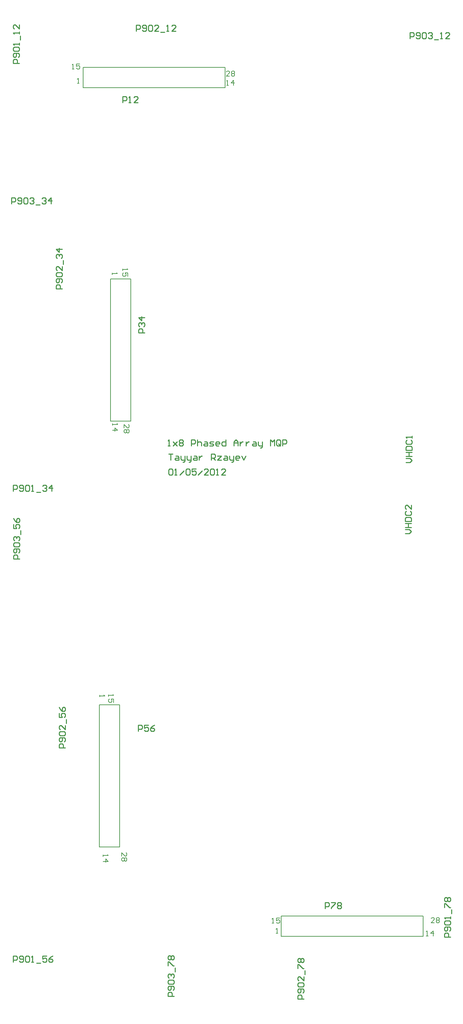
<source format=gto>
%FSLAX23Y23*%
%MOIN*%
G70*
G01*
G75*
G04 Layer_Color=65535*
%ADD10R,0.394X0.016*%
%ADD11O,0.394X0.016*%
%ADD12C,0.010*%
%ADD13R,0.059X0.059*%
%ADD14C,0.059*%
%ADD15R,0.059X0.059*%
%ADD16C,0.039*%
%ADD17C,0.015*%
%ADD18C,0.200*%
%ADD19C,0.008*%
%ADD20C,0.008*%
D12*
X1566Y5240D02*
X1576Y5250D01*
X1596D01*
X1606Y5240D01*
Y5200D01*
X1596Y5190D01*
X1576D01*
X1566Y5200D01*
Y5240D01*
X1626Y5190D02*
X1646D01*
X1636D01*
Y5250D01*
X1626Y5240D01*
X1676Y5190D02*
X1716Y5230D01*
X1736Y5240D02*
X1746Y5250D01*
X1766D01*
X1776Y5240D01*
Y5200D01*
X1766Y5190D01*
X1746D01*
X1736Y5200D01*
Y5240D01*
X1836Y5250D02*
X1796D01*
Y5220D01*
X1816Y5230D01*
X1826D01*
X1836Y5220D01*
Y5200D01*
X1826Y5190D01*
X1806D01*
X1796Y5200D01*
X1856Y5190D02*
X1896Y5230D01*
X1956Y5190D02*
X1916D01*
X1956Y5230D01*
Y5240D01*
X1946Y5250D01*
X1926D01*
X1916Y5240D01*
X1976D02*
X1986Y5250D01*
X2006D01*
X2016Y5240D01*
Y5200D01*
X2006Y5190D01*
X1986D01*
X1976Y5200D01*
Y5240D01*
X2036Y5190D02*
X2056D01*
X2046D01*
Y5250D01*
X2036Y5240D01*
X2126Y5190D02*
X2086D01*
X2126Y5230D01*
Y5240D01*
X2116Y5250D01*
X2096D01*
X2086Y5240D01*
X1566Y5396D02*
X1606D01*
X1586D01*
Y5336D01*
X1636Y5376D02*
X1656D01*
X1666Y5366D01*
Y5336D01*
X1636D01*
X1626Y5346D01*
X1636Y5356D01*
X1666D01*
X1686Y5376D02*
Y5346D01*
X1696Y5336D01*
X1726D01*
Y5326D01*
X1716Y5316D01*
X1706D01*
X1726Y5336D02*
Y5376D01*
X1746D02*
Y5346D01*
X1756Y5336D01*
X1786D01*
Y5326D01*
X1776Y5316D01*
X1766D01*
X1786Y5336D02*
Y5376D01*
X1816D02*
X1836D01*
X1846Y5366D01*
Y5336D01*
X1816D01*
X1806Y5346D01*
X1816Y5356D01*
X1846D01*
X1866Y5376D02*
Y5336D01*
Y5356D01*
X1876Y5366D01*
X1886Y5376D01*
X1896D01*
X1986Y5336D02*
Y5396D01*
X2016D01*
X2026Y5386D01*
Y5366D01*
X2016Y5356D01*
X1986D01*
X2006D02*
X2026Y5336D01*
X2046Y5376D02*
X2086D01*
X2046Y5336D01*
X2086D01*
X2116Y5376D02*
X2136D01*
X2146Y5366D01*
Y5336D01*
X2116D01*
X2106Y5346D01*
X2116Y5356D01*
X2146D01*
X2166Y5376D02*
Y5346D01*
X2176Y5336D01*
X2206D01*
Y5326D01*
X2196Y5316D01*
X2186D01*
X2206Y5336D02*
Y5376D01*
X2256Y5336D02*
X2236D01*
X2226Y5346D01*
Y5366D01*
X2236Y5376D01*
X2256D01*
X2266Y5366D01*
Y5356D01*
X2226D01*
X2286Y5376D02*
X2306Y5336D01*
X2326Y5376D01*
X1559Y5477D02*
X1579D01*
X1569D01*
Y5537D01*
X1559Y5527D01*
X1609Y5517D02*
X1649Y5477D01*
X1629Y5497D01*
X1649Y5517D01*
X1609Y5477D01*
X1669Y5527D02*
X1679Y5537D01*
X1699D01*
X1709Y5527D01*
Y5517D01*
X1699Y5507D01*
X1709Y5497D01*
Y5487D01*
X1699Y5477D01*
X1679D01*
X1669Y5487D01*
Y5497D01*
X1679Y5507D01*
X1669Y5517D01*
Y5527D01*
X1679Y5507D02*
X1699D01*
X1789Y5477D02*
Y5537D01*
X1819D01*
X1829Y5527D01*
Y5507D01*
X1819Y5497D01*
X1789D01*
X1849Y5537D02*
Y5477D01*
Y5507D01*
X1859Y5517D01*
X1879D01*
X1889Y5507D01*
Y5477D01*
X1919Y5517D02*
X1939D01*
X1949Y5507D01*
Y5477D01*
X1919D01*
X1909Y5487D01*
X1919Y5497D01*
X1949D01*
X1969Y5477D02*
X1999D01*
X2009Y5487D01*
X1999Y5497D01*
X1979D01*
X1969Y5507D01*
X1979Y5517D01*
X2009D01*
X2059Y5477D02*
X2039D01*
X2029Y5487D01*
Y5507D01*
X2039Y5517D01*
X2059D01*
X2069Y5507D01*
Y5497D01*
X2029D01*
X2129Y5537D02*
Y5477D01*
X2099D01*
X2089Y5487D01*
Y5507D01*
X2099Y5517D01*
X2129D01*
X2209Y5477D02*
Y5517D01*
X2229Y5537D01*
X2249Y5517D01*
Y5477D01*
Y5507D01*
X2209D01*
X2269Y5517D02*
Y5477D01*
Y5497D01*
X2279Y5507D01*
X2289Y5517D01*
X2299D01*
X2329D02*
Y5477D01*
Y5497D01*
X2339Y5507D01*
X2349Y5517D01*
X2359D01*
X2399D02*
X2419D01*
X2429Y5507D01*
Y5477D01*
X2399D01*
X2389Y5487D01*
X2399Y5497D01*
X2429D01*
X2449Y5517D02*
Y5487D01*
X2459Y5477D01*
X2489D01*
Y5467D01*
X2479Y5457D01*
X2469D01*
X2489Y5477D02*
Y5517D01*
X2569Y5477D02*
Y5537D01*
X2589Y5517D01*
X2609Y5537D01*
Y5477D01*
X2669Y5487D02*
Y5527D01*
X2659Y5537D01*
X2639D01*
X2629Y5527D01*
Y5487D01*
X2639Y5477D01*
X2659D01*
X2649Y5497D02*
X2669Y5477D01*
X2659D02*
X2669Y5487D01*
X2689Y5477D02*
Y5537D01*
X2719D01*
X2729Y5527D01*
Y5507D01*
X2719Y5497D01*
X2689D01*
X1330Y6589D02*
X1270D01*
Y6619D01*
X1280Y6629D01*
X1300D01*
X1310Y6619D01*
Y6589D01*
X1280Y6649D02*
X1270Y6659D01*
Y6679D01*
X1280Y6689D01*
X1290D01*
X1300Y6679D01*
Y6669D01*
Y6679D01*
X1310Y6689D01*
X1320D01*
X1330Y6679D01*
Y6659D01*
X1320Y6649D01*
X1330Y6739D02*
X1270D01*
X1300Y6709D01*
Y6749D01*
X3906Y5313D02*
X3946D01*
X3966Y5333D01*
X3946Y5353D01*
X3906D01*
Y5373D02*
X3966D01*
X3936D01*
Y5413D01*
X3906D01*
X3966D01*
X3906Y5433D02*
X3966D01*
Y5463D01*
X3956Y5473D01*
X3916D01*
X3906Y5463D01*
Y5433D01*
X3916Y5533D02*
X3906Y5523D01*
Y5503D01*
X3916Y5493D01*
X3956D01*
X3966Y5503D01*
Y5523D01*
X3956Y5533D01*
X3966Y5553D02*
Y5573D01*
Y5563D01*
X3906D01*
X3916Y5553D01*
X3899Y4613D02*
X3939D01*
X3959Y4633D01*
X3939Y4653D01*
X3899D01*
Y4673D02*
X3959D01*
X3929D01*
Y4713D01*
X3899D01*
X3959D01*
X3899Y4733D02*
X3959D01*
Y4763D01*
X3949Y4773D01*
X3909D01*
X3899Y4763D01*
Y4733D01*
X3909Y4833D02*
X3899Y4823D01*
Y4803D01*
X3909Y4793D01*
X3949D01*
X3959Y4803D01*
Y4823D01*
X3949Y4833D01*
X3959Y4893D02*
Y4853D01*
X3919Y4893D01*
X3909D01*
X3899Y4883D01*
Y4863D01*
X3909Y4853D01*
X3111Y919D02*
Y979D01*
X3141D01*
X3151Y969D01*
Y949D01*
X3141Y939D01*
X3111D01*
X3171Y979D02*
X3211D01*
Y969D01*
X3171Y929D01*
Y919D01*
X3231Y969D02*
X3241Y979D01*
X3261D01*
X3271Y969D01*
Y959D01*
X3261Y949D01*
X3271Y939D01*
Y929D01*
X3261Y919D01*
X3241D01*
X3231Y929D01*
Y939D01*
X3241Y949D01*
X3231Y959D01*
Y969D01*
X3241Y949D02*
X3261D01*
X4347Y638D02*
X4287D01*
Y668D01*
X4297Y678D01*
X4317D01*
X4327Y668D01*
Y638D01*
X4337Y698D02*
X4347Y708D01*
Y728D01*
X4337Y738D01*
X4297D01*
X4287Y728D01*
Y708D01*
X4297Y698D01*
X4307D01*
X4317Y708D01*
Y738D01*
X4297Y758D02*
X4287Y768D01*
Y788D01*
X4297Y798D01*
X4337D01*
X4347Y788D01*
Y768D01*
X4337Y758D01*
X4297D01*
X4347Y818D02*
Y838D01*
Y828D01*
X4287D01*
X4297Y818D01*
X4357Y868D02*
Y908D01*
X4287Y928D02*
Y968D01*
X4297D01*
X4337Y928D01*
X4347D01*
X4297Y988D02*
X4287Y998D01*
Y1018D01*
X4297Y1028D01*
X4307D01*
X4317Y1018D01*
X4327Y1028D01*
X4337D01*
X4347Y1018D01*
Y998D01*
X4337Y988D01*
X4327D01*
X4317Y998D01*
X4307Y988D01*
X4297D01*
X4317Y998D02*
Y1018D01*
X2899Y28D02*
X2839D01*
Y58D01*
X2849Y68D01*
X2869D01*
X2879Y58D01*
Y28D01*
X2889Y88D02*
X2899Y98D01*
Y118D01*
X2889Y128D01*
X2849D01*
X2839Y118D01*
Y98D01*
X2849Y88D01*
X2859D01*
X2869Y98D01*
Y128D01*
X2849Y148D02*
X2839Y158D01*
Y178D01*
X2849Y188D01*
X2889D01*
X2899Y178D01*
Y158D01*
X2889Y148D01*
X2849D01*
X2899Y248D02*
Y208D01*
X2859Y248D01*
X2849D01*
X2839Y238D01*
Y218D01*
X2849Y208D01*
X2909Y268D02*
Y308D01*
X2839Y328D02*
Y368D01*
X2849D01*
X2889Y328D01*
X2899D01*
X2849Y388D02*
X2839Y398D01*
Y418D01*
X2849Y428D01*
X2859D01*
X2869Y418D01*
X2879Y428D01*
X2889D01*
X2899Y418D01*
Y398D01*
X2889Y388D01*
X2879D01*
X2869Y398D01*
X2859Y388D01*
X2849D01*
X2869Y398D02*
Y418D01*
X1619Y57D02*
X1559D01*
Y87D01*
X1569Y97D01*
X1589D01*
X1599Y87D01*
Y57D01*
X1609Y117D02*
X1619Y127D01*
Y147D01*
X1609Y157D01*
X1569D01*
X1559Y147D01*
Y127D01*
X1569Y117D01*
X1579D01*
X1589Y127D01*
Y157D01*
X1569Y177D02*
X1559Y187D01*
Y207D01*
X1569Y217D01*
X1609D01*
X1619Y207D01*
Y187D01*
X1609Y177D01*
X1569D01*
Y237D02*
X1559Y247D01*
Y267D01*
X1569Y277D01*
X1579D01*
X1589Y267D01*
Y257D01*
Y267D01*
X1599Y277D01*
X1609D01*
X1619Y267D01*
Y247D01*
X1609Y237D01*
X1629Y297D02*
Y337D01*
X1559Y357D02*
Y397D01*
X1569D01*
X1609Y357D01*
X1619D01*
X1569Y417D02*
X1559Y427D01*
Y447D01*
X1569Y457D01*
X1579D01*
X1589Y447D01*
X1599Y457D01*
X1609D01*
X1619Y447D01*
Y427D01*
X1609Y417D01*
X1599D01*
X1589Y427D01*
X1579Y417D01*
X1569D01*
X1589Y427D02*
Y447D01*
X34Y393D02*
Y453D01*
X64D01*
X74Y443D01*
Y423D01*
X64Y413D01*
X34D01*
X94Y403D02*
X104Y393D01*
X124D01*
X134Y403D01*
Y443D01*
X124Y453D01*
X104D01*
X94Y443D01*
Y433D01*
X104Y423D01*
X134D01*
X154Y443D02*
X164Y453D01*
X184D01*
X194Y443D01*
Y403D01*
X184Y393D01*
X164D01*
X154Y403D01*
Y443D01*
X214Y393D02*
X234D01*
X224D01*
Y453D01*
X214Y443D01*
X264Y383D02*
X304D01*
X364Y453D02*
X324D01*
Y423D01*
X344Y433D01*
X354D01*
X364Y423D01*
Y403D01*
X354Y393D01*
X334D01*
X324Y403D01*
X424Y453D02*
X404Y443D01*
X384Y423D01*
Y403D01*
X394Y393D01*
X414D01*
X424Y403D01*
Y413D01*
X414Y423D01*
X384D01*
X1268Y2667D02*
Y2727D01*
X1298D01*
X1308Y2717D01*
Y2697D01*
X1298Y2687D01*
X1268D01*
X1368Y2727D02*
X1328D01*
Y2697D01*
X1348Y2707D01*
X1358D01*
X1368Y2697D01*
Y2677D01*
X1358Y2667D01*
X1338D01*
X1328Y2677D01*
X1428Y2727D02*
X1408Y2717D01*
X1388Y2697D01*
Y2677D01*
X1398Y2667D01*
X1418D01*
X1428Y2677D01*
Y2687D01*
X1418Y2697D01*
X1388D01*
X546Y2502D02*
X486D01*
Y2532D01*
X496Y2542D01*
X516D01*
X526Y2532D01*
Y2502D01*
X536Y2562D02*
X546Y2572D01*
Y2592D01*
X536Y2602D01*
X496D01*
X486Y2592D01*
Y2572D01*
X496Y2562D01*
X506D01*
X516Y2572D01*
Y2602D01*
X496Y2622D02*
X486Y2632D01*
Y2652D01*
X496Y2662D01*
X536D01*
X546Y2652D01*
Y2632D01*
X536Y2622D01*
X496D01*
X546Y2722D02*
Y2682D01*
X506Y2722D01*
X496D01*
X486Y2712D01*
Y2692D01*
X496Y2682D01*
X556Y2742D02*
Y2782D01*
X486Y2842D02*
Y2802D01*
X516D01*
X506Y2822D01*
Y2832D01*
X516Y2842D01*
X536D01*
X546Y2832D01*
Y2812D01*
X536Y2802D01*
X486Y2902D02*
X496Y2882D01*
X516Y2862D01*
X536D01*
X546Y2872D01*
Y2892D01*
X536Y2902D01*
X526D01*
X516Y2892D01*
Y2862D01*
X97Y4364D02*
X37D01*
Y4394D01*
X47Y4404D01*
X67D01*
X77Y4394D01*
Y4364D01*
X87Y4424D02*
X97Y4434D01*
Y4454D01*
X87Y4464D01*
X47D01*
X37Y4454D01*
Y4434D01*
X47Y4424D01*
X57D01*
X67Y4434D01*
Y4464D01*
X47Y4484D02*
X37Y4494D01*
Y4514D01*
X47Y4524D01*
X87D01*
X97Y4514D01*
Y4494D01*
X87Y4484D01*
X47D01*
Y4544D02*
X37Y4554D01*
Y4574D01*
X47Y4584D01*
X57D01*
X67Y4574D01*
Y4564D01*
Y4574D01*
X77Y4584D01*
X87D01*
X97Y4574D01*
Y4554D01*
X87Y4544D01*
X107Y4604D02*
Y4644D01*
X37Y4704D02*
Y4664D01*
X67D01*
X57Y4684D01*
Y4694D01*
X67Y4704D01*
X87D01*
X97Y4694D01*
Y4674D01*
X87Y4664D01*
X37Y4764D02*
X47Y4744D01*
X67Y4724D01*
X87D01*
X97Y4734D01*
Y4754D01*
X87Y4764D01*
X77D01*
X67Y4754D01*
Y4724D01*
X34Y5029D02*
Y5089D01*
X64D01*
X74Y5079D01*
Y5059D01*
X64Y5049D01*
X34D01*
X94Y5039D02*
X104Y5029D01*
X124D01*
X134Y5039D01*
Y5079D01*
X124Y5089D01*
X104D01*
X94Y5079D01*
Y5069D01*
X104Y5059D01*
X134D01*
X154Y5079D02*
X164Y5089D01*
X184D01*
X194Y5079D01*
Y5039D01*
X184Y5029D01*
X164D01*
X154Y5039D01*
Y5079D01*
X214Y5029D02*
X234D01*
X224D01*
Y5089D01*
X214Y5079D01*
X264Y5019D02*
X304D01*
X324Y5079D02*
X334Y5089D01*
X354D01*
X364Y5079D01*
Y5069D01*
X354Y5059D01*
X344D01*
X354D01*
X364Y5049D01*
Y5039D01*
X354Y5029D01*
X334D01*
X324Y5039D01*
X414Y5029D02*
Y5089D01*
X384Y5059D01*
X424D01*
X518Y7022D02*
X458D01*
Y7052D01*
X468Y7062D01*
X488D01*
X498Y7052D01*
Y7022D01*
X508Y7082D02*
X518Y7092D01*
Y7112D01*
X508Y7122D01*
X468D01*
X458Y7112D01*
Y7092D01*
X468Y7082D01*
X478D01*
X488Y7092D01*
Y7122D01*
X468Y7142D02*
X458Y7152D01*
Y7172D01*
X468Y7182D01*
X508D01*
X518Y7172D01*
Y7152D01*
X508Y7142D01*
X468D01*
X518Y7242D02*
Y7202D01*
X478Y7242D01*
X468D01*
X458Y7232D01*
Y7212D01*
X468Y7202D01*
X528Y7262D02*
Y7302D01*
X468Y7322D02*
X458Y7332D01*
Y7352D01*
X468Y7362D01*
X478D01*
X488Y7352D01*
Y7342D01*
Y7352D01*
X498Y7362D01*
X508D01*
X518Y7352D01*
Y7332D01*
X508Y7322D01*
X518Y7412D02*
X458D01*
X488Y7382D01*
Y7422D01*
X17Y7859D02*
Y7919D01*
X47D01*
X57Y7909D01*
Y7889D01*
X47Y7879D01*
X17D01*
X77Y7869D02*
X87Y7859D01*
X107D01*
X117Y7869D01*
Y7909D01*
X107Y7919D01*
X87D01*
X77Y7909D01*
Y7899D01*
X87Y7889D01*
X117D01*
X137Y7909D02*
X147Y7919D01*
X167D01*
X177Y7909D01*
Y7869D01*
X167Y7859D01*
X147D01*
X137Y7869D01*
Y7909D01*
X197D02*
X207Y7919D01*
X227D01*
X237Y7909D01*
Y7899D01*
X227Y7889D01*
X217D01*
X227D01*
X237Y7879D01*
Y7869D01*
X227Y7859D01*
X207D01*
X197Y7869D01*
X257Y7849D02*
X297D01*
X317Y7909D02*
X327Y7919D01*
X347D01*
X357Y7909D01*
Y7899D01*
X347Y7889D01*
X337D01*
X347D01*
X357Y7879D01*
Y7869D01*
X347Y7859D01*
X327D01*
X317Y7869D01*
X407Y7859D02*
Y7919D01*
X377Y7889D01*
X417D01*
X92Y9242D02*
X32D01*
Y9272D01*
X42Y9282D01*
X62D01*
X72Y9272D01*
Y9242D01*
X82Y9302D02*
X92Y9312D01*
Y9332D01*
X82Y9342D01*
X42D01*
X32Y9332D01*
Y9312D01*
X42Y9302D01*
X52D01*
X62Y9312D01*
Y9342D01*
X42Y9362D02*
X32Y9372D01*
Y9392D01*
X42Y9402D01*
X82D01*
X92Y9392D01*
Y9372D01*
X82Y9362D01*
X42D01*
X92Y9422D02*
Y9442D01*
Y9432D01*
X32D01*
X42Y9422D01*
X102Y9472D02*
Y9512D01*
X92Y9532D02*
Y9552D01*
Y9542D01*
X32D01*
X42Y9532D01*
X92Y9622D02*
Y9582D01*
X52Y9622D01*
X42D01*
X32Y9612D01*
Y9592D01*
X42Y9582D01*
X1246Y9559D02*
Y9619D01*
X1276D01*
X1286Y9609D01*
Y9589D01*
X1276Y9579D01*
X1246D01*
X1306Y9569D02*
X1316Y9559D01*
X1336D01*
X1346Y9569D01*
Y9609D01*
X1336Y9619D01*
X1316D01*
X1306Y9609D01*
Y9599D01*
X1316Y9589D01*
X1346D01*
X1366Y9609D02*
X1376Y9619D01*
X1396D01*
X1406Y9609D01*
Y9569D01*
X1396Y9559D01*
X1376D01*
X1366Y9569D01*
Y9609D01*
X1466Y9559D02*
X1426D01*
X1466Y9599D01*
Y9609D01*
X1456Y9619D01*
X1436D01*
X1426Y9609D01*
X1486Y9549D02*
X1526D01*
X1546Y9559D02*
X1566D01*
X1556D01*
Y9619D01*
X1546Y9609D01*
X1636Y9559D02*
X1596D01*
X1636Y9599D01*
Y9609D01*
X1626Y9619D01*
X1606D01*
X1596Y9609D01*
X3945Y9487D02*
Y9547D01*
X3975D01*
X3985Y9537D01*
Y9517D01*
X3975Y9507D01*
X3945D01*
X4005Y9497D02*
X4015Y9487D01*
X4035D01*
X4045Y9497D01*
Y9537D01*
X4035Y9547D01*
X4015D01*
X4005Y9537D01*
Y9527D01*
X4015Y9517D01*
X4045D01*
X4065Y9537D02*
X4075Y9547D01*
X4095D01*
X4105Y9537D01*
Y9497D01*
X4095Y9487D01*
X4075D01*
X4065Y9497D01*
Y9537D01*
X4125D02*
X4135Y9547D01*
X4155D01*
X4165Y9537D01*
Y9527D01*
X4155Y9517D01*
X4145D01*
X4155D01*
X4165Y9507D01*
Y9497D01*
X4155Y9487D01*
X4135D01*
X4125Y9497D01*
X4185Y9477D02*
X4225D01*
X4245Y9487D02*
X4265D01*
X4255D01*
Y9547D01*
X4245Y9537D01*
X4335Y9487D02*
X4295D01*
X4335Y9527D01*
Y9537D01*
X4325Y9547D01*
X4305D01*
X4295Y9537D01*
X1112Y8855D02*
Y8915D01*
X1142D01*
X1152Y8905D01*
Y8885D01*
X1142Y8875D01*
X1112D01*
X1172Y8855D02*
X1192D01*
X1182D01*
Y8915D01*
X1172Y8905D01*
X1262Y8855D02*
X1222D01*
X1262Y8895D01*
Y8905D01*
X1252Y8915D01*
X1232D01*
X1222Y8905D01*
D19*
X992Y7121D02*
X1192D01*
Y5721D02*
Y7121D01*
X992Y5721D02*
X1192D01*
X992D02*
Y7121D01*
X2677Y645D02*
Y845D01*
X4077D01*
Y645D02*
Y845D01*
X2677Y645D02*
X4077D01*
X884Y2927D02*
X1084D01*
Y1527D02*
Y2927D01*
X884Y1527D02*
X1084D01*
X884D02*
Y2927D01*
X723Y9003D02*
Y9203D01*
X2123D01*
Y9003D02*
Y9203D01*
X723Y9003D02*
X2123D01*
D20*
X1127Y5654D02*
Y5687D01*
X1160Y5654D01*
X1169D01*
X1177Y5662D01*
Y5679D01*
X1169Y5687D01*
Y5637D02*
X1177Y5629D01*
Y5612D01*
X1169Y5604D01*
X1160D01*
X1152Y5612D01*
X1144Y5604D01*
X1135D01*
X1127Y5612D01*
Y5629D01*
X1135Y5637D01*
X1144D01*
X1152Y5629D01*
X1160Y5637D01*
X1169D01*
X1152Y5629D02*
Y5612D01*
X1013Y5695D02*
Y5678D01*
Y5687D01*
X1063D01*
X1055Y5695D01*
X1013Y5628D02*
X1063D01*
X1038Y5653D01*
Y5620D01*
X1010Y7180D02*
Y7163D01*
Y7172D01*
X1060D01*
X1052Y7180D01*
X1113Y7220D02*
Y7203D01*
Y7212D01*
X1163D01*
X1155Y7220D01*
X1163Y7145D02*
Y7178D01*
X1138D01*
X1146Y7162D01*
Y7153D01*
X1138Y7145D01*
X1121D01*
X1113Y7153D01*
Y7170D01*
X1121Y7178D01*
X4188Y780D02*
X4155D01*
X4188Y813D01*
Y822D01*
X4180Y830D01*
X4163D01*
X4155Y822D01*
X4205D02*
X4213Y830D01*
X4230D01*
X4238Y822D01*
Y813D01*
X4230Y805D01*
X4238Y797D01*
Y788D01*
X4230Y780D01*
X4213D01*
X4205Y788D01*
Y797D01*
X4213Y805D01*
X4205Y813D01*
Y822D01*
X4213Y805D02*
X4230D01*
X4108Y650D02*
X4125D01*
X4116D01*
Y700D01*
X4108Y692D01*
X4175Y650D02*
Y700D01*
X4150Y675D01*
X4183D01*
X2627Y675D02*
X2644D01*
X2635D01*
Y725D01*
X2627Y717D01*
X2587Y775D02*
X2604D01*
X2595D01*
Y825D01*
X2587Y817D01*
X2662Y825D02*
X2629D01*
Y800D01*
X2645Y808D01*
X2654D01*
X2662Y800D01*
Y783D01*
X2654Y775D01*
X2637D01*
X2629Y783D01*
X1104Y1437D02*
Y1470D01*
X1137Y1437D01*
X1146D01*
X1154Y1445D01*
Y1462D01*
X1146Y1470D01*
Y1420D02*
X1154Y1412D01*
Y1395D01*
X1146Y1387D01*
X1137D01*
X1129Y1395D01*
X1121Y1387D01*
X1112D01*
X1104Y1395D01*
Y1412D01*
X1112Y1420D01*
X1121D01*
X1129Y1412D01*
X1137Y1420D01*
X1146D01*
X1129Y1412D02*
Y1395D01*
X921Y1450D02*
Y1433D01*
Y1442D01*
X971D01*
X963Y1450D01*
X921Y1383D02*
X971D01*
X946Y1408D01*
Y1375D01*
X885Y3022D02*
Y3005D01*
Y3014D01*
X935D01*
X927Y3022D01*
X974Y3026D02*
Y3009D01*
Y3018D01*
X1024D01*
X1016Y3026D01*
X1024Y2951D02*
Y2984D01*
X999D01*
X1007Y2968D01*
Y2959D01*
X999Y2951D01*
X982D01*
X974Y2959D01*
Y2976D01*
X982Y2984D01*
X2168Y9117D02*
X2135D01*
X2168Y9150D01*
Y9159D01*
X2160Y9167D01*
X2143D01*
X2135Y9159D01*
X2185D02*
X2193Y9167D01*
X2210D01*
X2218Y9159D01*
Y9150D01*
X2210Y9142D01*
X2218Y9134D01*
Y9125D01*
X2210Y9117D01*
X2193D01*
X2185Y9125D01*
Y9134D01*
X2193Y9142D01*
X2185Y9150D01*
Y9159D01*
X2193Y9142D02*
X2210D01*
X2140Y9026D02*
X2157D01*
X2148D01*
Y9076D01*
X2140Y9068D01*
X2207Y9026D02*
Y9076D01*
X2182Y9051D01*
X2215D01*
X667Y9045D02*
X684D01*
X675D01*
Y9095D01*
X667Y9087D01*
X616Y9187D02*
X633D01*
X624D01*
Y9237D01*
X616Y9229D01*
X691Y9237D02*
X658D01*
Y9212D01*
X674Y9220D01*
X683D01*
X691Y9212D01*
Y9195D01*
X683Y9187D01*
X666D01*
X658Y9195D01*
M02*

</source>
